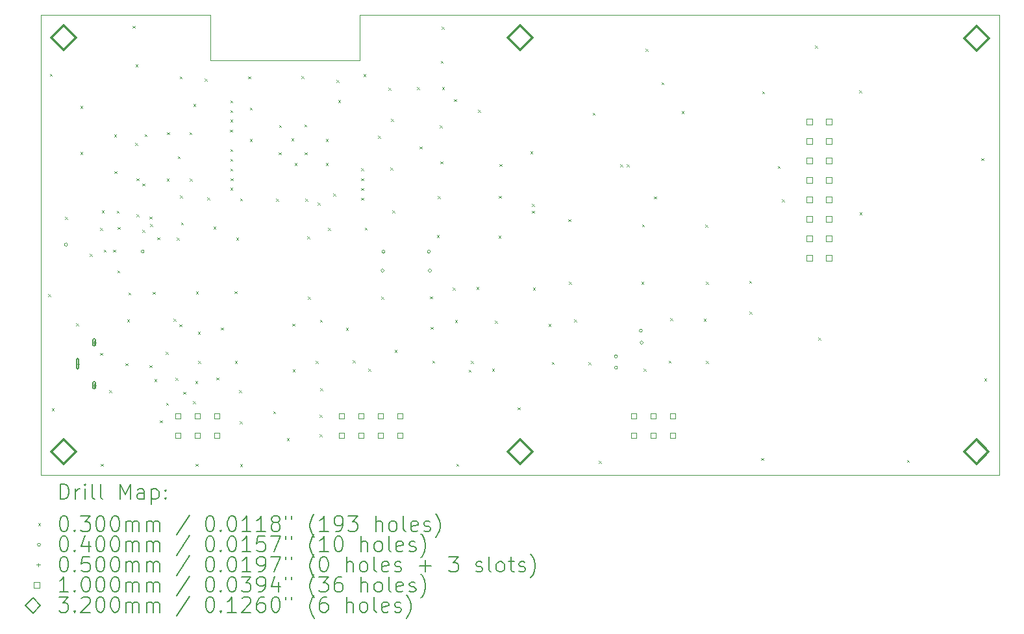
<source format=gbr>
%FSLAX45Y45*%
G04 Gerber Fmt 4.5, Leading zero omitted, Abs format (unit mm)*
G04 Created by KiCad (PCBNEW (6.0.0-0)) date 2022-02-21 20:16:29*
%MOMM*%
%LPD*%
G01*
G04 APERTURE LIST*
%TA.AperFunction,Profile*%
%ADD10C,0.050000*%
%TD*%
%ADD11C,0.200000*%
%ADD12C,0.030000*%
%ADD13C,0.040000*%
%ADD14C,0.050000*%
%ADD15C,0.100000*%
%ADD16C,0.320000*%
G04 APERTURE END LIST*
D10*
X18056860Y-6593840D02*
X9718040Y-6593840D01*
X9718040Y-7188200D02*
X7767320Y-7188200D01*
X18056860Y-12598400D02*
X5554980Y-12598400D01*
X10165080Y-6593840D02*
X10165080Y-6593840D01*
X7767320Y-6593840D02*
X5554980Y-6593840D01*
X9718040Y-6593840D02*
X9718040Y-7188200D01*
X5554980Y-6593840D02*
X5554980Y-12598400D01*
X18056860Y-6593840D02*
X18056860Y-12598400D01*
X7767320Y-6593840D02*
X7767320Y-7188200D01*
D11*
D12*
X5654280Y-10236440D02*
X5684280Y-10266440D01*
X5684280Y-10236440D02*
X5654280Y-10266440D01*
X5674600Y-7361160D02*
X5704600Y-7391160D01*
X5704600Y-7361160D02*
X5674600Y-7391160D01*
X5700000Y-11724880D02*
X5730000Y-11754880D01*
X5730000Y-11724880D02*
X5700000Y-11754880D01*
X5875260Y-9228060D02*
X5905260Y-9258060D01*
X5905260Y-9228060D02*
X5875260Y-9258060D01*
X6014960Y-10617440D02*
X6044960Y-10647440D01*
X6044960Y-10617440D02*
X6014960Y-10647440D01*
X6070840Y-8379700D02*
X6100840Y-8409700D01*
X6100840Y-8379700D02*
X6070840Y-8409700D01*
X6073380Y-7782800D02*
X6103380Y-7812800D01*
X6103380Y-7782800D02*
X6073380Y-7812800D01*
X6195760Y-9712740D02*
X6225760Y-9742740D01*
X6225760Y-9712740D02*
X6195760Y-9742740D01*
X6332460Y-9370300D02*
X6362460Y-9400300D01*
X6362460Y-9370300D02*
X6332460Y-9400300D01*
X6332460Y-11000980D02*
X6362460Y-11030980D01*
X6362460Y-11000980D02*
X6332460Y-11030980D01*
X6340080Y-12451320D02*
X6370080Y-12481320D01*
X6370080Y-12451320D02*
X6340080Y-12481320D01*
X6350240Y-9144240D02*
X6380240Y-9174240D01*
X6380240Y-9144240D02*
X6350240Y-9174240D01*
X6377888Y-9656878D02*
X6407888Y-9686878D01*
X6407888Y-9656878D02*
X6377888Y-9686878D01*
X6446760Y-11491200D02*
X6476760Y-11521200D01*
X6476760Y-11491200D02*
X6446760Y-11521200D01*
X6499373Y-9657560D02*
X6529373Y-9687560D01*
X6529373Y-9657560D02*
X6499373Y-9687560D01*
X6512800Y-8153640D02*
X6542800Y-8183640D01*
X6542800Y-8153640D02*
X6512800Y-8183640D01*
X6515340Y-8631160D02*
X6545340Y-8661160D01*
X6545340Y-8631160D02*
X6515340Y-8661160D01*
X6545820Y-9146780D02*
X6575820Y-9176780D01*
X6575820Y-9146780D02*
X6545820Y-9176780D01*
X6553440Y-9926560D02*
X6583440Y-9956560D01*
X6583440Y-9926560D02*
X6553440Y-9956560D01*
X6558520Y-9360140D02*
X6588520Y-9390140D01*
X6588520Y-9360140D02*
X6558520Y-9390140D01*
X6660120Y-11138140D02*
X6690120Y-11168140D01*
X6690120Y-11138140D02*
X6660120Y-11168140D01*
X6680440Y-10566640D02*
X6710440Y-10596640D01*
X6710440Y-10566640D02*
X6680440Y-10596640D01*
X6698220Y-10216120D02*
X6728220Y-10246120D01*
X6728220Y-10216120D02*
X6698220Y-10246120D01*
X6751560Y-6736320D02*
X6781560Y-6766320D01*
X6781560Y-6736320D02*
X6751560Y-6766320D01*
X6787120Y-8265400D02*
X6817120Y-8295400D01*
X6817120Y-8265400D02*
X6787120Y-8295400D01*
X6792200Y-7239240D02*
X6822200Y-7269240D01*
X6822200Y-7239240D02*
X6792200Y-7269240D01*
X6803860Y-8723640D02*
X6833860Y-8753640D01*
X6833860Y-8723640D02*
X6803860Y-8753640D01*
X6804900Y-9192500D02*
X6834900Y-9222500D01*
X6834900Y-9192500D02*
X6804900Y-9222500D01*
X6881100Y-8791180D02*
X6911100Y-8821180D01*
X6911100Y-8791180D02*
X6881100Y-8821180D01*
X6881100Y-9395700D02*
X6911100Y-9425700D01*
X6911100Y-9395700D02*
X6881100Y-9425700D01*
X6909040Y-8148560D02*
X6939040Y-8178560D01*
X6939040Y-8148560D02*
X6909040Y-8178560D01*
X6972540Y-11163540D02*
X7002540Y-11193540D01*
X7002540Y-11163540D02*
X6972540Y-11193540D01*
X6975080Y-9225520D02*
X7005080Y-9255520D01*
X7005080Y-9225520D02*
X6975080Y-9255520D01*
X6980160Y-9322040D02*
X7010160Y-9352040D01*
X7010160Y-9322040D02*
X6980160Y-9352040D01*
X7015720Y-10205960D02*
X7045720Y-10235960D01*
X7045720Y-10205960D02*
X7015720Y-10235960D01*
X7036040Y-11346420D02*
X7066040Y-11376420D01*
X7066040Y-11346420D02*
X7036040Y-11376420D01*
X7076680Y-9494760D02*
X7106680Y-9524760D01*
X7106680Y-9494760D02*
X7076680Y-9524760D01*
X7107160Y-11882360D02*
X7137160Y-11912360D01*
X7137160Y-11882360D02*
X7107160Y-11912360D01*
X7183360Y-10988280D02*
X7213360Y-11018280D01*
X7213360Y-10988280D02*
X7183360Y-11018280D01*
X7188440Y-11653760D02*
X7218440Y-11683760D01*
X7218440Y-11653760D02*
X7188440Y-11683760D01*
X7198600Y-8727680D02*
X7228600Y-8757680D01*
X7228600Y-8727680D02*
X7198600Y-8757680D01*
X7203680Y-8123160D02*
X7233680Y-8153160D01*
X7233680Y-8123160D02*
X7203680Y-8153160D01*
X7284960Y-10559020D02*
X7314960Y-10589020D01*
X7314960Y-10559020D02*
X7284960Y-10589020D01*
X7312900Y-11328640D02*
X7342900Y-11358640D01*
X7342900Y-11328640D02*
X7312900Y-11358640D01*
X7330680Y-9499840D02*
X7360680Y-9529840D01*
X7360680Y-9499840D02*
X7330680Y-9529840D01*
X7343380Y-8435580D02*
X7373380Y-8465580D01*
X7373380Y-8435580D02*
X7343380Y-8465580D01*
X7363700Y-10630140D02*
X7393700Y-10660140D01*
X7393700Y-10630140D02*
X7363700Y-10660140D01*
X7366240Y-7396720D02*
X7396240Y-7426720D01*
X7396240Y-7396720D02*
X7366240Y-7426720D01*
X7371320Y-8951200D02*
X7401320Y-8981200D01*
X7401320Y-8951200D02*
X7371320Y-8981200D01*
X7384020Y-9299180D02*
X7414020Y-9329180D01*
X7414020Y-9299180D02*
X7384020Y-9329180D01*
X7411960Y-11511520D02*
X7441960Y-11541520D01*
X7441960Y-11511520D02*
X7411960Y-11541520D01*
X7493240Y-8123160D02*
X7523240Y-8153160D01*
X7523240Y-8123160D02*
X7493240Y-8153160D01*
X7498320Y-8727680D02*
X7528320Y-8757680D01*
X7528320Y-8727680D02*
X7498320Y-8757680D01*
X7538960Y-11630900D02*
X7568960Y-11660900D01*
X7568960Y-11630900D02*
X7538960Y-11660900D01*
X7546580Y-7757400D02*
X7576580Y-7787400D01*
X7576580Y-7757400D02*
X7546580Y-7787400D01*
X7569440Y-11371820D02*
X7599440Y-11401820D01*
X7599440Y-11371820D02*
X7569440Y-11401820D01*
X7574520Y-12451320D02*
X7604520Y-12481320D01*
X7604520Y-12451320D02*
X7574520Y-12481320D01*
X7579600Y-10200880D02*
X7609600Y-10230880D01*
X7609600Y-10200880D02*
X7579600Y-10230880D01*
X7605000Y-10729200D02*
X7635000Y-10759200D01*
X7635000Y-10729200D02*
X7605000Y-10759200D01*
X7607540Y-11110200D02*
X7637540Y-11140200D01*
X7637540Y-11110200D02*
X7607540Y-11140200D01*
X7691360Y-7427200D02*
X7721360Y-7457200D01*
X7721360Y-7427200D02*
X7691360Y-7457200D01*
X7726920Y-8976600D02*
X7756920Y-9006600D01*
X7756920Y-8976600D02*
X7726920Y-9006600D01*
X7808200Y-9357600D02*
X7838200Y-9387600D01*
X7838200Y-9357600D02*
X7808200Y-9387600D01*
X7843760Y-11323560D02*
X7873760Y-11353560D01*
X7873760Y-11323560D02*
X7843760Y-11353560D01*
X7904720Y-10673320D02*
X7934720Y-10703320D01*
X7934720Y-10673320D02*
X7904720Y-10703320D01*
X8024100Y-8090140D02*
X8054100Y-8120140D01*
X8054100Y-8090140D02*
X8024100Y-8120140D01*
X8026640Y-7836140D02*
X8056640Y-7866140D01*
X8056640Y-7836140D02*
X8026640Y-7866140D01*
X8026640Y-7960600D02*
X8056640Y-7990600D01*
X8056640Y-7960600D02*
X8026640Y-7990600D01*
X8026640Y-8344140D02*
X8056640Y-8374140D01*
X8056640Y-8344140D02*
X8026640Y-8374140D01*
X8026640Y-8471140D02*
X8056640Y-8501140D01*
X8056640Y-8471140D02*
X8026640Y-8501140D01*
X8026640Y-8598140D02*
X8056640Y-8628140D01*
X8056640Y-8598140D02*
X8026640Y-8628140D01*
X8026640Y-8849600D02*
X8056640Y-8879600D01*
X8056640Y-8849600D02*
X8026640Y-8879600D01*
X8029180Y-7709140D02*
X8059180Y-7739140D01*
X8059180Y-7709140D02*
X8029180Y-7739140D01*
X8031720Y-8725140D02*
X8061720Y-8755140D01*
X8061720Y-8725140D02*
X8031720Y-8755140D01*
X8085060Y-10198340D02*
X8115060Y-10228340D01*
X8115060Y-10198340D02*
X8085060Y-10228340D01*
X8087600Y-11107660D02*
X8117600Y-11137660D01*
X8117600Y-11107660D02*
X8087600Y-11137660D01*
X8105380Y-9499840D02*
X8135380Y-9529840D01*
X8135380Y-9499840D02*
X8105380Y-9529840D01*
X8143480Y-11488660D02*
X8173480Y-11518660D01*
X8173480Y-11488660D02*
X8143480Y-11518660D01*
X8148560Y-11895060D02*
X8178560Y-11925060D01*
X8178560Y-11895060D02*
X8148560Y-11925060D01*
X8153640Y-8986760D02*
X8183640Y-9016760D01*
X8183640Y-8986760D02*
X8153640Y-9016760D01*
X8153640Y-12453860D02*
X8183640Y-12483860D01*
X8183640Y-12453860D02*
X8153640Y-12483860D01*
X8260320Y-7396720D02*
X8290320Y-7426720D01*
X8290320Y-7396720D02*
X8260320Y-7426720D01*
X8280640Y-7800580D02*
X8310640Y-7830580D01*
X8310640Y-7800580D02*
X8280640Y-7830580D01*
X8280640Y-8212060D02*
X8310640Y-8242060D01*
X8310640Y-8212060D02*
X8280640Y-8242060D01*
X8587980Y-11762980D02*
X8617980Y-11792980D01*
X8617980Y-11762980D02*
X8587980Y-11792980D01*
X8626080Y-8989300D02*
X8656080Y-9019300D01*
X8656080Y-8989300D02*
X8626080Y-9019300D01*
X8659100Y-8387320D02*
X8689100Y-8417320D01*
X8689100Y-8387320D02*
X8659100Y-8417320D01*
X8664180Y-8031720D02*
X8694180Y-8061720D01*
X8694180Y-8031720D02*
X8664180Y-8061720D01*
X8765780Y-12116040D02*
X8795780Y-12146040D01*
X8795780Y-12116040D02*
X8765780Y-12146040D01*
X8825140Y-8205140D02*
X8855140Y-8235140D01*
X8855140Y-8205140D02*
X8825140Y-8235140D01*
X8834360Y-10622520D02*
X8864360Y-10652520D01*
X8864360Y-10622520D02*
X8834360Y-10652520D01*
X8839440Y-11216880D02*
X8869440Y-11246880D01*
X8869440Y-11216880D02*
X8839440Y-11246880D01*
X8864840Y-8524480D02*
X8894840Y-8554480D01*
X8894840Y-8524480D02*
X8864840Y-8554480D01*
X8956280Y-7391640D02*
X8986280Y-7421640D01*
X8986280Y-7391640D02*
X8956280Y-7421640D01*
X8994380Y-8021560D02*
X9024380Y-8051560D01*
X9024380Y-8021560D02*
X8994380Y-8051560D01*
X8996920Y-8387320D02*
X9026920Y-8417320D01*
X9026920Y-8387320D02*
X8996920Y-8417320D01*
X9007080Y-8991840D02*
X9037080Y-9021840D01*
X9037080Y-8991840D02*
X9007080Y-9021840D01*
X9032480Y-9484600D02*
X9062480Y-9514600D01*
X9062480Y-9484600D02*
X9032480Y-9514600D01*
X9037560Y-10272000D02*
X9067560Y-10302000D01*
X9067560Y-10272000D02*
X9037560Y-10302000D01*
X9139160Y-11107660D02*
X9169160Y-11137660D01*
X9169160Y-11107660D02*
X9139160Y-11137660D01*
X9164560Y-9042640D02*
X9194560Y-9072640D01*
X9194560Y-9042640D02*
X9164560Y-9072640D01*
X9189960Y-12062700D02*
X9219960Y-12092700D01*
X9219960Y-12062700D02*
X9189960Y-12092700D01*
X9192500Y-11811240D02*
X9222500Y-11841240D01*
X9222500Y-11811240D02*
X9192500Y-11841240D01*
X9195040Y-10571720D02*
X9225040Y-10601720D01*
X9225040Y-10571720D02*
X9195040Y-10601720D01*
X9200120Y-11463260D02*
X9230120Y-11493260D01*
X9230120Y-11463260D02*
X9200120Y-11493260D01*
X9271240Y-8214600D02*
X9301240Y-8244600D01*
X9301240Y-8214600D02*
X9271240Y-8244600D01*
X9271240Y-8524480D02*
X9301240Y-8554480D01*
X9301240Y-8524480D02*
X9271240Y-8554480D01*
X9304260Y-9370300D02*
X9334260Y-9400300D01*
X9334260Y-9370300D02*
X9304260Y-9400300D01*
X9367760Y-8923260D02*
X9397760Y-8953260D01*
X9397760Y-8923260D02*
X9367760Y-8953260D01*
X9410940Y-7442440D02*
X9440940Y-7472440D01*
X9440940Y-7442440D02*
X9410940Y-7472440D01*
X9433800Y-7706600D02*
X9463800Y-7736600D01*
X9463800Y-7706600D02*
X9433800Y-7736600D01*
X9535400Y-10678400D02*
X9565400Y-10708400D01*
X9565400Y-10678400D02*
X9535400Y-10708400D01*
X9621760Y-11100040D02*
X9651760Y-11130040D01*
X9651760Y-11100040D02*
X9621760Y-11130040D01*
X9733520Y-8595600D02*
X9763520Y-8625600D01*
X9763520Y-8595600D02*
X9733520Y-8625600D01*
X9733520Y-8725140D02*
X9763520Y-8755140D01*
X9763520Y-8725140D02*
X9733520Y-8755140D01*
X9733520Y-8852140D02*
X9763520Y-8882140D01*
X9763520Y-8852140D02*
X9733520Y-8882140D01*
X9733520Y-8979140D02*
X9763520Y-9009140D01*
X9763520Y-8979140D02*
X9733520Y-9009140D01*
X9764000Y-7366240D02*
X9794000Y-7396240D01*
X9794000Y-7366240D02*
X9764000Y-7396240D01*
X9779240Y-9367760D02*
X9809240Y-9397760D01*
X9809240Y-9367760D02*
X9779240Y-9397760D01*
X9824960Y-11211800D02*
X9854960Y-11241800D01*
X9854960Y-11211800D02*
X9824960Y-11241800D01*
X9954500Y-8168880D02*
X9984500Y-8198880D01*
X9984500Y-8168880D02*
X9954500Y-8198880D01*
X9997680Y-10272000D02*
X10027680Y-10302000D01*
X10027680Y-10272000D02*
X9997680Y-10302000D01*
X10091660Y-7544040D02*
X10121660Y-7574040D01*
X10121660Y-7544040D02*
X10091660Y-7574040D01*
X10114520Y-8582900D02*
X10144520Y-8612900D01*
X10144520Y-8582900D02*
X10114520Y-8612900D01*
X10124680Y-7947900D02*
X10154680Y-7977900D01*
X10154680Y-7947900D02*
X10124680Y-7977900D01*
X10139920Y-9144240D02*
X10169920Y-9174240D01*
X10169920Y-9144240D02*
X10139920Y-9174240D01*
X10170400Y-10962880D02*
X10200400Y-10992880D01*
X10200400Y-10962880D02*
X10170400Y-10992880D01*
X10459960Y-7536420D02*
X10489960Y-7566420D01*
X10489960Y-7536420D02*
X10459960Y-7566420D01*
X10495520Y-8308580D02*
X10525520Y-8338580D01*
X10525520Y-8308580D02*
X10495520Y-8338580D01*
X10632680Y-10266920D02*
X10662680Y-10296920D01*
X10662680Y-10266920D02*
X10632680Y-10296920D01*
X10637760Y-10663160D02*
X10667760Y-10693160D01*
X10667760Y-10663160D02*
X10637760Y-10693160D01*
X10660620Y-11102580D02*
X10690620Y-11132580D01*
X10690620Y-11102580D02*
X10660620Y-11132580D01*
X10719040Y-9464280D02*
X10749040Y-9494280D01*
X10749040Y-9464280D02*
X10719040Y-9494280D01*
X10734280Y-8958820D02*
X10764280Y-8988820D01*
X10764280Y-8958820D02*
X10734280Y-8988820D01*
X10757140Y-8034260D02*
X10787140Y-8064260D01*
X10787140Y-8034260D02*
X10757140Y-8064260D01*
X10767300Y-8504160D02*
X10797300Y-8534160D01*
X10797300Y-8504160D02*
X10767300Y-8534160D01*
X10769840Y-7193520D02*
X10799840Y-7223520D01*
X10799840Y-7193520D02*
X10769840Y-7223520D01*
X10785080Y-6746480D02*
X10815080Y-6776480D01*
X10815080Y-6746480D02*
X10785080Y-6776480D01*
X10787620Y-7533880D02*
X10817620Y-7563880D01*
X10817620Y-7533880D02*
X10787620Y-7563880D01*
X10927320Y-10150080D02*
X10957320Y-10180080D01*
X10957320Y-10150080D02*
X10927320Y-10180080D01*
X10942560Y-7691360D02*
X10972560Y-7721360D01*
X10972560Y-7691360D02*
X10942560Y-7721360D01*
X10957800Y-10576800D02*
X10987800Y-10606800D01*
X10987800Y-10576800D02*
X10957800Y-10606800D01*
X10973040Y-12451320D02*
X11003040Y-12481320D01*
X11003040Y-12451320D02*
X10973040Y-12481320D01*
X11135600Y-11221960D02*
X11165600Y-11251960D01*
X11165600Y-11221960D02*
X11135600Y-11251960D01*
X11163540Y-11110200D02*
X11193540Y-11140200D01*
X11193540Y-11110200D02*
X11163540Y-11140200D01*
X11237200Y-10145000D02*
X11267200Y-10175000D01*
X11267200Y-10145000D02*
X11237200Y-10175000D01*
X11257520Y-7831060D02*
X11287520Y-7861060D01*
X11287520Y-7831060D02*
X11257520Y-7861060D01*
X11440400Y-11211800D02*
X11470400Y-11241800D01*
X11470400Y-11211800D02*
X11440400Y-11241800D01*
X11475960Y-10581880D02*
X11505960Y-10611880D01*
X11505960Y-10581880D02*
X11475960Y-10611880D01*
X11524220Y-9474440D02*
X11554220Y-9504440D01*
X11554220Y-9474440D02*
X11524220Y-9504440D01*
X11526760Y-8953740D02*
X11556760Y-8983740D01*
X11556760Y-8953740D02*
X11526760Y-8983740D01*
X11539460Y-8537180D02*
X11569460Y-8567180D01*
X11569460Y-8537180D02*
X11539460Y-8567180D01*
X11775680Y-11714720D02*
X11805680Y-11744720D01*
X11805680Y-11714720D02*
X11775680Y-11744720D01*
X11938240Y-8372080D02*
X11968240Y-8402080D01*
X11968240Y-8372080D02*
X11938240Y-8402080D01*
X11961240Y-9060280D02*
X11991240Y-9090280D01*
X11991240Y-9060280D02*
X11961240Y-9090280D01*
X11961240Y-9149180D02*
X11991240Y-9179180D01*
X11991240Y-9149180D02*
X11961240Y-9179180D01*
X11973800Y-10150080D02*
X12003800Y-10180080D01*
X12003800Y-10150080D02*
X11973800Y-10180080D01*
X12177000Y-10627600D02*
X12207000Y-10657600D01*
X12207000Y-10627600D02*
X12177000Y-10657600D01*
X12217640Y-11120360D02*
X12247640Y-11150360D01*
X12247640Y-11120360D02*
X12217640Y-11150360D01*
X12436080Y-9258540D02*
X12466080Y-9288540D01*
X12466080Y-9258540D02*
X12436080Y-9288540D01*
X12441160Y-10073880D02*
X12471160Y-10103880D01*
X12471160Y-10073880D02*
X12441160Y-10103880D01*
X12509740Y-10566640D02*
X12539740Y-10596640D01*
X12539740Y-10566640D02*
X12509740Y-10596640D01*
X12695160Y-11122900D02*
X12725160Y-11152900D01*
X12725160Y-11122900D02*
X12695160Y-11152900D01*
X12751040Y-7869160D02*
X12781040Y-7899160D01*
X12781040Y-7869160D02*
X12751040Y-7899160D01*
X12832320Y-12410680D02*
X12862320Y-12440680D01*
X12862320Y-12410680D02*
X12832320Y-12440680D01*
X13114260Y-8544800D02*
X13144260Y-8574800D01*
X13144260Y-8544800D02*
X13114260Y-8574800D01*
X13195540Y-8544800D02*
X13225540Y-8574800D01*
X13225540Y-8544800D02*
X13195540Y-8574800D01*
X13386040Y-10073880D02*
X13416040Y-10103880D01*
X13416040Y-10073880D02*
X13386040Y-10103880D01*
X13396200Y-9324580D02*
X13426200Y-9354580D01*
X13426200Y-9324580D02*
X13396200Y-9354580D01*
X13416520Y-11209260D02*
X13446520Y-11239260D01*
X13446520Y-11209260D02*
X13416520Y-11239260D01*
X13441920Y-7036040D02*
X13471920Y-7066040D01*
X13471920Y-7036040D02*
X13441920Y-7066040D01*
X13553680Y-8961360D02*
X13583680Y-8991360D01*
X13583680Y-8961360D02*
X13553680Y-8991360D01*
X13650200Y-7472920D02*
X13680200Y-7502920D01*
X13680200Y-7472920D02*
X13650200Y-7502920D01*
X13744180Y-11105120D02*
X13774180Y-11135120D01*
X13774180Y-11105120D02*
X13744180Y-11135120D01*
X13764500Y-10548860D02*
X13794500Y-10578860D01*
X13794500Y-10548860D02*
X13764500Y-10578860D01*
X13911820Y-7846300D02*
X13941820Y-7876300D01*
X13941820Y-7846300D02*
X13911820Y-7876300D01*
X14201380Y-10556480D02*
X14231380Y-10586480D01*
X14231380Y-10556480D02*
X14201380Y-10586480D01*
X14221700Y-9329660D02*
X14251700Y-9359660D01*
X14251700Y-9329660D02*
X14221700Y-9359660D01*
X14229320Y-10073880D02*
X14259320Y-10103880D01*
X14259320Y-10073880D02*
X14229320Y-10103880D01*
X14231860Y-11110200D02*
X14261860Y-11140200D01*
X14261860Y-11110200D02*
X14231860Y-11140200D01*
X14793200Y-10063720D02*
X14823200Y-10093720D01*
X14823200Y-10063720D02*
X14793200Y-10093720D01*
X14798280Y-10465040D02*
X14828280Y-10495040D01*
X14828280Y-10465040D02*
X14798280Y-10495040D01*
X14950680Y-12375120D02*
X14980680Y-12405120D01*
X14980680Y-12375120D02*
X14950680Y-12405120D01*
X14960840Y-7589760D02*
X14990840Y-7619760D01*
X14990840Y-7589760D02*
X14960840Y-7619760D01*
X15164040Y-8562580D02*
X15194040Y-8592580D01*
X15194040Y-8562580D02*
X15164040Y-8592580D01*
X15219920Y-8999460D02*
X15249920Y-9029460D01*
X15249920Y-8999460D02*
X15219920Y-9029460D01*
X15651720Y-6995400D02*
X15681720Y-7025400D01*
X15681720Y-6995400D02*
X15651720Y-7025400D01*
X15692360Y-10805400D02*
X15722360Y-10835400D01*
X15722360Y-10805400D02*
X15692360Y-10835400D01*
X16225760Y-7579600D02*
X16255760Y-7609600D01*
X16255760Y-7579600D02*
X16225760Y-7609600D01*
X16230840Y-9169640D02*
X16260840Y-9199640D01*
X16260840Y-9169640D02*
X16230840Y-9199640D01*
X16850600Y-12400520D02*
X16880600Y-12430520D01*
X16880600Y-12400520D02*
X16850600Y-12430520D01*
X17820880Y-8463520D02*
X17850880Y-8493520D01*
X17850880Y-8463520D02*
X17820880Y-8493520D01*
X17856440Y-11338800D02*
X17886440Y-11368800D01*
X17886440Y-11338800D02*
X17856440Y-11368800D01*
D13*
X5905180Y-9591040D02*
G75*
G03*
X5905180Y-9591040I-20000J0D01*
G01*
X6903400Y-9679940D02*
G75*
G03*
X6903400Y-9679940I-20000J0D01*
G01*
X10032680Y-9928860D02*
G75*
G03*
X10032680Y-9928860I-20000J0D01*
G01*
X10042840Y-9682480D02*
G75*
G03*
X10042840Y-9682480I-20000J0D01*
G01*
X10634660Y-9682480D02*
G75*
G03*
X10634660Y-9682480I-20000J0D01*
G01*
X10649900Y-9928860D02*
G75*
G03*
X10649900Y-9928860I-20000J0D01*
G01*
X13075600Y-11049000D02*
G75*
G03*
X13075600Y-11049000I-20000J0D01*
G01*
X13075600Y-11196320D02*
G75*
G03*
X13075600Y-11196320I-20000J0D01*
G01*
X13400720Y-10713720D02*
G75*
G03*
X13400720Y-10713720I-20000J0D01*
G01*
X13410880Y-10868660D02*
G75*
G03*
X13410880Y-10868660I-20000J0D01*
G01*
D14*
X6036480Y-11120520D02*
X6036480Y-11170520D01*
X6011480Y-11145520D02*
X6061480Y-11145520D01*
D11*
X6051480Y-11200520D02*
X6051480Y-11090520D01*
X6021480Y-11200520D02*
X6021480Y-11090520D01*
X6051480Y-11090520D02*
G75*
G03*
X6021480Y-11090520I-15000J0D01*
G01*
X6021480Y-11200520D02*
G75*
G03*
X6051480Y-11200520I15000J0D01*
G01*
D14*
X6251480Y-10840520D02*
X6251480Y-10890520D01*
X6226480Y-10865520D02*
X6276480Y-10865520D01*
D11*
X6266480Y-10900520D02*
X6266480Y-10830520D01*
X6236480Y-10900520D02*
X6236480Y-10830520D01*
X6266480Y-10830520D02*
G75*
G03*
X6236480Y-10830520I-15000J0D01*
G01*
X6236480Y-10900520D02*
G75*
G03*
X6266480Y-10900520I15000J0D01*
G01*
D14*
X6251480Y-11400520D02*
X6251480Y-11450520D01*
X6226480Y-11425520D02*
X6276480Y-11425520D01*
D11*
X6266480Y-11460520D02*
X6266480Y-11390520D01*
X6236480Y-11460520D02*
X6236480Y-11390520D01*
X6266480Y-11390520D02*
G75*
G03*
X6236480Y-11390520I-15000J0D01*
G01*
X6236480Y-11460520D02*
G75*
G03*
X6266480Y-11460520I15000J0D01*
G01*
D15*
X7378496Y-11861596D02*
X7378496Y-11790884D01*
X7307784Y-11790884D01*
X7307784Y-11861596D01*
X7378496Y-11861596D01*
X7378496Y-12115596D02*
X7378496Y-12044884D01*
X7307784Y-12044884D01*
X7307784Y-12115596D01*
X7378496Y-12115596D01*
X7632496Y-11861596D02*
X7632496Y-11790884D01*
X7561784Y-11790884D01*
X7561784Y-11861596D01*
X7632496Y-11861596D01*
X7632496Y-12115596D02*
X7632496Y-12044884D01*
X7561784Y-12044884D01*
X7561784Y-12115596D01*
X7632496Y-12115596D01*
X7886496Y-11861596D02*
X7886496Y-11790884D01*
X7815784Y-11790884D01*
X7815784Y-11861596D01*
X7886496Y-11861596D01*
X7886496Y-12115596D02*
X7886496Y-12044884D01*
X7815784Y-12044884D01*
X7815784Y-12115596D01*
X7886496Y-12115596D01*
X9512096Y-11861596D02*
X9512096Y-11790884D01*
X9441384Y-11790884D01*
X9441384Y-11861596D01*
X9512096Y-11861596D01*
X9512096Y-12115596D02*
X9512096Y-12044884D01*
X9441384Y-12044884D01*
X9441384Y-12115596D01*
X9512096Y-12115596D01*
X9766096Y-11861596D02*
X9766096Y-11790884D01*
X9695384Y-11790884D01*
X9695384Y-11861596D01*
X9766096Y-11861596D01*
X9766096Y-12115596D02*
X9766096Y-12044884D01*
X9695384Y-12044884D01*
X9695384Y-12115596D01*
X9766096Y-12115596D01*
X10020096Y-11861596D02*
X10020096Y-11790884D01*
X9949384Y-11790884D01*
X9949384Y-11861596D01*
X10020096Y-11861596D01*
X10020096Y-12115596D02*
X10020096Y-12044884D01*
X9949384Y-12044884D01*
X9949384Y-12115596D01*
X10020096Y-12115596D01*
X10274096Y-11861596D02*
X10274096Y-11790884D01*
X10203384Y-11790884D01*
X10203384Y-11861596D01*
X10274096Y-11861596D01*
X10274096Y-12115596D02*
X10274096Y-12044884D01*
X10203384Y-12044884D01*
X10203384Y-12115596D01*
X10274096Y-12115596D01*
X13322096Y-11861596D02*
X13322096Y-11790884D01*
X13251384Y-11790884D01*
X13251384Y-11861596D01*
X13322096Y-11861596D01*
X13322096Y-12115596D02*
X13322096Y-12044884D01*
X13251384Y-12044884D01*
X13251384Y-12115596D01*
X13322096Y-12115596D01*
X13576096Y-11861596D02*
X13576096Y-11790884D01*
X13505384Y-11790884D01*
X13505384Y-11861596D01*
X13576096Y-11861596D01*
X13576096Y-12115596D02*
X13576096Y-12044884D01*
X13505384Y-12044884D01*
X13505384Y-12115596D01*
X13576096Y-12115596D01*
X13830096Y-11861596D02*
X13830096Y-11790884D01*
X13759384Y-11790884D01*
X13759384Y-11861596D01*
X13830096Y-11861596D01*
X13830096Y-12115596D02*
X13830096Y-12044884D01*
X13759384Y-12044884D01*
X13759384Y-12115596D01*
X13830096Y-12115596D01*
X15613436Y-8022656D02*
X15613436Y-7951944D01*
X15542724Y-7951944D01*
X15542724Y-8022656D01*
X15613436Y-8022656D01*
X15613436Y-8276656D02*
X15613436Y-8205944D01*
X15542724Y-8205944D01*
X15542724Y-8276656D01*
X15613436Y-8276656D01*
X15613436Y-8530656D02*
X15613436Y-8459944D01*
X15542724Y-8459944D01*
X15542724Y-8530656D01*
X15613436Y-8530656D01*
X15613436Y-8784656D02*
X15613436Y-8713944D01*
X15542724Y-8713944D01*
X15542724Y-8784656D01*
X15613436Y-8784656D01*
X15613436Y-9038656D02*
X15613436Y-8967944D01*
X15542724Y-8967944D01*
X15542724Y-9038656D01*
X15613436Y-9038656D01*
X15613436Y-9292656D02*
X15613436Y-9221944D01*
X15542724Y-9221944D01*
X15542724Y-9292656D01*
X15613436Y-9292656D01*
X15613436Y-9546656D02*
X15613436Y-9475944D01*
X15542724Y-9475944D01*
X15542724Y-9546656D01*
X15613436Y-9546656D01*
X15613436Y-9800656D02*
X15613436Y-9729944D01*
X15542724Y-9729944D01*
X15542724Y-9800656D01*
X15613436Y-9800656D01*
X15867436Y-8022656D02*
X15867436Y-7951944D01*
X15796724Y-7951944D01*
X15796724Y-8022656D01*
X15867436Y-8022656D01*
X15867436Y-8276656D02*
X15867436Y-8205944D01*
X15796724Y-8205944D01*
X15796724Y-8276656D01*
X15867436Y-8276656D01*
X15867436Y-8530656D02*
X15867436Y-8459944D01*
X15796724Y-8459944D01*
X15796724Y-8530656D01*
X15867436Y-8530656D01*
X15867436Y-8784656D02*
X15867436Y-8713944D01*
X15796724Y-8713944D01*
X15796724Y-8784656D01*
X15867436Y-8784656D01*
X15867436Y-9038656D02*
X15867436Y-8967944D01*
X15796724Y-8967944D01*
X15796724Y-9038656D01*
X15867436Y-9038656D01*
X15867436Y-9292656D02*
X15867436Y-9221944D01*
X15796724Y-9221944D01*
X15796724Y-9292656D01*
X15867436Y-9292656D01*
X15867436Y-9546656D02*
X15867436Y-9475944D01*
X15796724Y-9475944D01*
X15796724Y-9546656D01*
X15867436Y-9546656D01*
X15867436Y-9800656D02*
X15867436Y-9729944D01*
X15796724Y-9729944D01*
X15796724Y-9800656D01*
X15867436Y-9800656D01*
D16*
X5854700Y-7051020D02*
X6014700Y-6891020D01*
X5854700Y-6731020D01*
X5694700Y-6891020D01*
X5854700Y-7051020D01*
X5854700Y-12451060D02*
X6014700Y-12291060D01*
X5854700Y-12131060D01*
X5694700Y-12291060D01*
X5854700Y-12451060D01*
X11803380Y-7051020D02*
X11963380Y-6891020D01*
X11803380Y-6731020D01*
X11643380Y-6891020D01*
X11803380Y-7051020D01*
X11803380Y-12451060D02*
X11963380Y-12291060D01*
X11803380Y-12131060D01*
X11643380Y-12291060D01*
X11803380Y-12451060D01*
X17754600Y-12451060D02*
X17914600Y-12291060D01*
X17754600Y-12131060D01*
X17594600Y-12291060D01*
X17754600Y-12451060D01*
X17757140Y-7058640D02*
X17917140Y-6898640D01*
X17757140Y-6738640D01*
X17597140Y-6898640D01*
X17757140Y-7058640D01*
D11*
X5810099Y-12911376D02*
X5810099Y-12711376D01*
X5857718Y-12711376D01*
X5886289Y-12720900D01*
X5905337Y-12739948D01*
X5914861Y-12758995D01*
X5924385Y-12797090D01*
X5924385Y-12825662D01*
X5914861Y-12863757D01*
X5905337Y-12882805D01*
X5886289Y-12901852D01*
X5857718Y-12911376D01*
X5810099Y-12911376D01*
X6010099Y-12911376D02*
X6010099Y-12778043D01*
X6010099Y-12816138D02*
X6019623Y-12797090D01*
X6029147Y-12787567D01*
X6048194Y-12778043D01*
X6067242Y-12778043D01*
X6133908Y-12911376D02*
X6133908Y-12778043D01*
X6133908Y-12711376D02*
X6124385Y-12720900D01*
X6133908Y-12730424D01*
X6143432Y-12720900D01*
X6133908Y-12711376D01*
X6133908Y-12730424D01*
X6257718Y-12911376D02*
X6238670Y-12901852D01*
X6229147Y-12882805D01*
X6229147Y-12711376D01*
X6362480Y-12911376D02*
X6343432Y-12901852D01*
X6333908Y-12882805D01*
X6333908Y-12711376D01*
X6591051Y-12911376D02*
X6591051Y-12711376D01*
X6657718Y-12854233D01*
X6724385Y-12711376D01*
X6724385Y-12911376D01*
X6905337Y-12911376D02*
X6905337Y-12806614D01*
X6895813Y-12787567D01*
X6876766Y-12778043D01*
X6838670Y-12778043D01*
X6819623Y-12787567D01*
X6905337Y-12901852D02*
X6886289Y-12911376D01*
X6838670Y-12911376D01*
X6819623Y-12901852D01*
X6810099Y-12882805D01*
X6810099Y-12863757D01*
X6819623Y-12844709D01*
X6838670Y-12835186D01*
X6886289Y-12835186D01*
X6905337Y-12825662D01*
X7000575Y-12778043D02*
X7000575Y-12978043D01*
X7000575Y-12787567D02*
X7019623Y-12778043D01*
X7057718Y-12778043D01*
X7076766Y-12787567D01*
X7086289Y-12797090D01*
X7095813Y-12816138D01*
X7095813Y-12873281D01*
X7086289Y-12892328D01*
X7076766Y-12901852D01*
X7057718Y-12911376D01*
X7019623Y-12911376D01*
X7000575Y-12901852D01*
X7181528Y-12892328D02*
X7191051Y-12901852D01*
X7181528Y-12911376D01*
X7172004Y-12901852D01*
X7181528Y-12892328D01*
X7181528Y-12911376D01*
X7181528Y-12787567D02*
X7191051Y-12797090D01*
X7181528Y-12806614D01*
X7172004Y-12797090D01*
X7181528Y-12787567D01*
X7181528Y-12806614D01*
D12*
X5522480Y-13225900D02*
X5552480Y-13255900D01*
X5552480Y-13225900D02*
X5522480Y-13255900D01*
D11*
X5848194Y-13131376D02*
X5867242Y-13131376D01*
X5886289Y-13140900D01*
X5895813Y-13150424D01*
X5905337Y-13169471D01*
X5914861Y-13207567D01*
X5914861Y-13255186D01*
X5905337Y-13293281D01*
X5895813Y-13312328D01*
X5886289Y-13321852D01*
X5867242Y-13331376D01*
X5848194Y-13331376D01*
X5829147Y-13321852D01*
X5819623Y-13312328D01*
X5810099Y-13293281D01*
X5800575Y-13255186D01*
X5800575Y-13207567D01*
X5810099Y-13169471D01*
X5819623Y-13150424D01*
X5829147Y-13140900D01*
X5848194Y-13131376D01*
X6000575Y-13312328D02*
X6010099Y-13321852D01*
X6000575Y-13331376D01*
X5991051Y-13321852D01*
X6000575Y-13312328D01*
X6000575Y-13331376D01*
X6076766Y-13131376D02*
X6200575Y-13131376D01*
X6133908Y-13207567D01*
X6162480Y-13207567D01*
X6181528Y-13217090D01*
X6191051Y-13226614D01*
X6200575Y-13245662D01*
X6200575Y-13293281D01*
X6191051Y-13312328D01*
X6181528Y-13321852D01*
X6162480Y-13331376D01*
X6105337Y-13331376D01*
X6086289Y-13321852D01*
X6076766Y-13312328D01*
X6324385Y-13131376D02*
X6343432Y-13131376D01*
X6362480Y-13140900D01*
X6372004Y-13150424D01*
X6381528Y-13169471D01*
X6391051Y-13207567D01*
X6391051Y-13255186D01*
X6381528Y-13293281D01*
X6372004Y-13312328D01*
X6362480Y-13321852D01*
X6343432Y-13331376D01*
X6324385Y-13331376D01*
X6305337Y-13321852D01*
X6295813Y-13312328D01*
X6286289Y-13293281D01*
X6276766Y-13255186D01*
X6276766Y-13207567D01*
X6286289Y-13169471D01*
X6295813Y-13150424D01*
X6305337Y-13140900D01*
X6324385Y-13131376D01*
X6514861Y-13131376D02*
X6533908Y-13131376D01*
X6552956Y-13140900D01*
X6562480Y-13150424D01*
X6572004Y-13169471D01*
X6581528Y-13207567D01*
X6581528Y-13255186D01*
X6572004Y-13293281D01*
X6562480Y-13312328D01*
X6552956Y-13321852D01*
X6533908Y-13331376D01*
X6514861Y-13331376D01*
X6495813Y-13321852D01*
X6486289Y-13312328D01*
X6476766Y-13293281D01*
X6467242Y-13255186D01*
X6467242Y-13207567D01*
X6476766Y-13169471D01*
X6486289Y-13150424D01*
X6495813Y-13140900D01*
X6514861Y-13131376D01*
X6667242Y-13331376D02*
X6667242Y-13198043D01*
X6667242Y-13217090D02*
X6676766Y-13207567D01*
X6695813Y-13198043D01*
X6724385Y-13198043D01*
X6743432Y-13207567D01*
X6752956Y-13226614D01*
X6752956Y-13331376D01*
X6752956Y-13226614D02*
X6762480Y-13207567D01*
X6781528Y-13198043D01*
X6810099Y-13198043D01*
X6829147Y-13207567D01*
X6838670Y-13226614D01*
X6838670Y-13331376D01*
X6933908Y-13331376D02*
X6933908Y-13198043D01*
X6933908Y-13217090D02*
X6943432Y-13207567D01*
X6962480Y-13198043D01*
X6991051Y-13198043D01*
X7010099Y-13207567D01*
X7019623Y-13226614D01*
X7019623Y-13331376D01*
X7019623Y-13226614D02*
X7029147Y-13207567D01*
X7048194Y-13198043D01*
X7076766Y-13198043D01*
X7095813Y-13207567D01*
X7105337Y-13226614D01*
X7105337Y-13331376D01*
X7495813Y-13121852D02*
X7324385Y-13378995D01*
X7752956Y-13131376D02*
X7772004Y-13131376D01*
X7791051Y-13140900D01*
X7800575Y-13150424D01*
X7810099Y-13169471D01*
X7819623Y-13207567D01*
X7819623Y-13255186D01*
X7810099Y-13293281D01*
X7800575Y-13312328D01*
X7791051Y-13321852D01*
X7772004Y-13331376D01*
X7752956Y-13331376D01*
X7733908Y-13321852D01*
X7724385Y-13312328D01*
X7714861Y-13293281D01*
X7705337Y-13255186D01*
X7705337Y-13207567D01*
X7714861Y-13169471D01*
X7724385Y-13150424D01*
X7733908Y-13140900D01*
X7752956Y-13131376D01*
X7905337Y-13312328D02*
X7914861Y-13321852D01*
X7905337Y-13331376D01*
X7895813Y-13321852D01*
X7905337Y-13312328D01*
X7905337Y-13331376D01*
X8038670Y-13131376D02*
X8057718Y-13131376D01*
X8076766Y-13140900D01*
X8086289Y-13150424D01*
X8095813Y-13169471D01*
X8105337Y-13207567D01*
X8105337Y-13255186D01*
X8095813Y-13293281D01*
X8086289Y-13312328D01*
X8076766Y-13321852D01*
X8057718Y-13331376D01*
X8038670Y-13331376D01*
X8019623Y-13321852D01*
X8010099Y-13312328D01*
X8000575Y-13293281D01*
X7991051Y-13255186D01*
X7991051Y-13207567D01*
X8000575Y-13169471D01*
X8010099Y-13150424D01*
X8019623Y-13140900D01*
X8038670Y-13131376D01*
X8295813Y-13331376D02*
X8181528Y-13331376D01*
X8238670Y-13331376D02*
X8238670Y-13131376D01*
X8219623Y-13159948D01*
X8200575Y-13178995D01*
X8181528Y-13188519D01*
X8486290Y-13331376D02*
X8372004Y-13331376D01*
X8429147Y-13331376D02*
X8429147Y-13131376D01*
X8410099Y-13159948D01*
X8391051Y-13178995D01*
X8372004Y-13188519D01*
X8600575Y-13217090D02*
X8581528Y-13207567D01*
X8572004Y-13198043D01*
X8562480Y-13178995D01*
X8562480Y-13169471D01*
X8572004Y-13150424D01*
X8581528Y-13140900D01*
X8600575Y-13131376D01*
X8638670Y-13131376D01*
X8657718Y-13140900D01*
X8667242Y-13150424D01*
X8676766Y-13169471D01*
X8676766Y-13178995D01*
X8667242Y-13198043D01*
X8657718Y-13207567D01*
X8638670Y-13217090D01*
X8600575Y-13217090D01*
X8581528Y-13226614D01*
X8572004Y-13236138D01*
X8562480Y-13255186D01*
X8562480Y-13293281D01*
X8572004Y-13312328D01*
X8581528Y-13321852D01*
X8600575Y-13331376D01*
X8638670Y-13331376D01*
X8657718Y-13321852D01*
X8667242Y-13312328D01*
X8676766Y-13293281D01*
X8676766Y-13255186D01*
X8667242Y-13236138D01*
X8657718Y-13226614D01*
X8638670Y-13217090D01*
X8752956Y-13131376D02*
X8752956Y-13169471D01*
X8829147Y-13131376D02*
X8829147Y-13169471D01*
X9124385Y-13407567D02*
X9114861Y-13398043D01*
X9095813Y-13369471D01*
X9086290Y-13350424D01*
X9076766Y-13321852D01*
X9067242Y-13274233D01*
X9067242Y-13236138D01*
X9076766Y-13188519D01*
X9086290Y-13159948D01*
X9095813Y-13140900D01*
X9114861Y-13112328D01*
X9124385Y-13102805D01*
X9305337Y-13331376D02*
X9191051Y-13331376D01*
X9248194Y-13331376D02*
X9248194Y-13131376D01*
X9229147Y-13159948D01*
X9210099Y-13178995D01*
X9191051Y-13188519D01*
X9400575Y-13331376D02*
X9438670Y-13331376D01*
X9457718Y-13321852D01*
X9467242Y-13312328D01*
X9486290Y-13283757D01*
X9495813Y-13245662D01*
X9495813Y-13169471D01*
X9486290Y-13150424D01*
X9476766Y-13140900D01*
X9457718Y-13131376D01*
X9419623Y-13131376D01*
X9400575Y-13140900D01*
X9391051Y-13150424D01*
X9381528Y-13169471D01*
X9381528Y-13217090D01*
X9391051Y-13236138D01*
X9400575Y-13245662D01*
X9419623Y-13255186D01*
X9457718Y-13255186D01*
X9476766Y-13245662D01*
X9486290Y-13236138D01*
X9495813Y-13217090D01*
X9562480Y-13131376D02*
X9686290Y-13131376D01*
X9619623Y-13207567D01*
X9648194Y-13207567D01*
X9667242Y-13217090D01*
X9676766Y-13226614D01*
X9686290Y-13245662D01*
X9686290Y-13293281D01*
X9676766Y-13312328D01*
X9667242Y-13321852D01*
X9648194Y-13331376D01*
X9591051Y-13331376D01*
X9572004Y-13321852D01*
X9562480Y-13312328D01*
X9924385Y-13331376D02*
X9924385Y-13131376D01*
X10010099Y-13331376D02*
X10010099Y-13226614D01*
X10000575Y-13207567D01*
X9981528Y-13198043D01*
X9952956Y-13198043D01*
X9933909Y-13207567D01*
X9924385Y-13217090D01*
X10133909Y-13331376D02*
X10114861Y-13321852D01*
X10105337Y-13312328D01*
X10095813Y-13293281D01*
X10095813Y-13236138D01*
X10105337Y-13217090D01*
X10114861Y-13207567D01*
X10133909Y-13198043D01*
X10162480Y-13198043D01*
X10181528Y-13207567D01*
X10191051Y-13217090D01*
X10200575Y-13236138D01*
X10200575Y-13293281D01*
X10191051Y-13312328D01*
X10181528Y-13321852D01*
X10162480Y-13331376D01*
X10133909Y-13331376D01*
X10314861Y-13331376D02*
X10295813Y-13321852D01*
X10286290Y-13302805D01*
X10286290Y-13131376D01*
X10467242Y-13321852D02*
X10448194Y-13331376D01*
X10410099Y-13331376D01*
X10391051Y-13321852D01*
X10381528Y-13302805D01*
X10381528Y-13226614D01*
X10391051Y-13207567D01*
X10410099Y-13198043D01*
X10448194Y-13198043D01*
X10467242Y-13207567D01*
X10476766Y-13226614D01*
X10476766Y-13245662D01*
X10381528Y-13264709D01*
X10552956Y-13321852D02*
X10572004Y-13331376D01*
X10610099Y-13331376D01*
X10629147Y-13321852D01*
X10638670Y-13302805D01*
X10638670Y-13293281D01*
X10629147Y-13274233D01*
X10610099Y-13264709D01*
X10581528Y-13264709D01*
X10562480Y-13255186D01*
X10552956Y-13236138D01*
X10552956Y-13226614D01*
X10562480Y-13207567D01*
X10581528Y-13198043D01*
X10610099Y-13198043D01*
X10629147Y-13207567D01*
X10705337Y-13407567D02*
X10714861Y-13398043D01*
X10733909Y-13369471D01*
X10743432Y-13350424D01*
X10752956Y-13321852D01*
X10762480Y-13274233D01*
X10762480Y-13236138D01*
X10752956Y-13188519D01*
X10743432Y-13159948D01*
X10733909Y-13140900D01*
X10714861Y-13112328D01*
X10705337Y-13102805D01*
D13*
X5552480Y-13504900D02*
G75*
G03*
X5552480Y-13504900I-20000J0D01*
G01*
D11*
X5848194Y-13395376D02*
X5867242Y-13395376D01*
X5886289Y-13404900D01*
X5895813Y-13414424D01*
X5905337Y-13433471D01*
X5914861Y-13471567D01*
X5914861Y-13519186D01*
X5905337Y-13557281D01*
X5895813Y-13576328D01*
X5886289Y-13585852D01*
X5867242Y-13595376D01*
X5848194Y-13595376D01*
X5829147Y-13585852D01*
X5819623Y-13576328D01*
X5810099Y-13557281D01*
X5800575Y-13519186D01*
X5800575Y-13471567D01*
X5810099Y-13433471D01*
X5819623Y-13414424D01*
X5829147Y-13404900D01*
X5848194Y-13395376D01*
X6000575Y-13576328D02*
X6010099Y-13585852D01*
X6000575Y-13595376D01*
X5991051Y-13585852D01*
X6000575Y-13576328D01*
X6000575Y-13595376D01*
X6181528Y-13462043D02*
X6181528Y-13595376D01*
X6133908Y-13385852D02*
X6086289Y-13528709D01*
X6210099Y-13528709D01*
X6324385Y-13395376D02*
X6343432Y-13395376D01*
X6362480Y-13404900D01*
X6372004Y-13414424D01*
X6381528Y-13433471D01*
X6391051Y-13471567D01*
X6391051Y-13519186D01*
X6381528Y-13557281D01*
X6372004Y-13576328D01*
X6362480Y-13585852D01*
X6343432Y-13595376D01*
X6324385Y-13595376D01*
X6305337Y-13585852D01*
X6295813Y-13576328D01*
X6286289Y-13557281D01*
X6276766Y-13519186D01*
X6276766Y-13471567D01*
X6286289Y-13433471D01*
X6295813Y-13414424D01*
X6305337Y-13404900D01*
X6324385Y-13395376D01*
X6514861Y-13395376D02*
X6533908Y-13395376D01*
X6552956Y-13404900D01*
X6562480Y-13414424D01*
X6572004Y-13433471D01*
X6581528Y-13471567D01*
X6581528Y-13519186D01*
X6572004Y-13557281D01*
X6562480Y-13576328D01*
X6552956Y-13585852D01*
X6533908Y-13595376D01*
X6514861Y-13595376D01*
X6495813Y-13585852D01*
X6486289Y-13576328D01*
X6476766Y-13557281D01*
X6467242Y-13519186D01*
X6467242Y-13471567D01*
X6476766Y-13433471D01*
X6486289Y-13414424D01*
X6495813Y-13404900D01*
X6514861Y-13395376D01*
X6667242Y-13595376D02*
X6667242Y-13462043D01*
X6667242Y-13481090D02*
X6676766Y-13471567D01*
X6695813Y-13462043D01*
X6724385Y-13462043D01*
X6743432Y-13471567D01*
X6752956Y-13490614D01*
X6752956Y-13595376D01*
X6752956Y-13490614D02*
X6762480Y-13471567D01*
X6781528Y-13462043D01*
X6810099Y-13462043D01*
X6829147Y-13471567D01*
X6838670Y-13490614D01*
X6838670Y-13595376D01*
X6933908Y-13595376D02*
X6933908Y-13462043D01*
X6933908Y-13481090D02*
X6943432Y-13471567D01*
X6962480Y-13462043D01*
X6991051Y-13462043D01*
X7010099Y-13471567D01*
X7019623Y-13490614D01*
X7019623Y-13595376D01*
X7019623Y-13490614D02*
X7029147Y-13471567D01*
X7048194Y-13462043D01*
X7076766Y-13462043D01*
X7095813Y-13471567D01*
X7105337Y-13490614D01*
X7105337Y-13595376D01*
X7495813Y-13385852D02*
X7324385Y-13642995D01*
X7752956Y-13395376D02*
X7772004Y-13395376D01*
X7791051Y-13404900D01*
X7800575Y-13414424D01*
X7810099Y-13433471D01*
X7819623Y-13471567D01*
X7819623Y-13519186D01*
X7810099Y-13557281D01*
X7800575Y-13576328D01*
X7791051Y-13585852D01*
X7772004Y-13595376D01*
X7752956Y-13595376D01*
X7733908Y-13585852D01*
X7724385Y-13576328D01*
X7714861Y-13557281D01*
X7705337Y-13519186D01*
X7705337Y-13471567D01*
X7714861Y-13433471D01*
X7724385Y-13414424D01*
X7733908Y-13404900D01*
X7752956Y-13395376D01*
X7905337Y-13576328D02*
X7914861Y-13585852D01*
X7905337Y-13595376D01*
X7895813Y-13585852D01*
X7905337Y-13576328D01*
X7905337Y-13595376D01*
X8038670Y-13395376D02*
X8057718Y-13395376D01*
X8076766Y-13404900D01*
X8086289Y-13414424D01*
X8095813Y-13433471D01*
X8105337Y-13471567D01*
X8105337Y-13519186D01*
X8095813Y-13557281D01*
X8086289Y-13576328D01*
X8076766Y-13585852D01*
X8057718Y-13595376D01*
X8038670Y-13595376D01*
X8019623Y-13585852D01*
X8010099Y-13576328D01*
X8000575Y-13557281D01*
X7991051Y-13519186D01*
X7991051Y-13471567D01*
X8000575Y-13433471D01*
X8010099Y-13414424D01*
X8019623Y-13404900D01*
X8038670Y-13395376D01*
X8295813Y-13595376D02*
X8181528Y-13595376D01*
X8238670Y-13595376D02*
X8238670Y-13395376D01*
X8219623Y-13423948D01*
X8200575Y-13442995D01*
X8181528Y-13452519D01*
X8476766Y-13395376D02*
X8381528Y-13395376D01*
X8372004Y-13490614D01*
X8381528Y-13481090D01*
X8400575Y-13471567D01*
X8448194Y-13471567D01*
X8467242Y-13481090D01*
X8476766Y-13490614D01*
X8486290Y-13509662D01*
X8486290Y-13557281D01*
X8476766Y-13576328D01*
X8467242Y-13585852D01*
X8448194Y-13595376D01*
X8400575Y-13595376D01*
X8381528Y-13585852D01*
X8372004Y-13576328D01*
X8552956Y-13395376D02*
X8686290Y-13395376D01*
X8600575Y-13595376D01*
X8752956Y-13395376D02*
X8752956Y-13433471D01*
X8829147Y-13395376D02*
X8829147Y-13433471D01*
X9124385Y-13671567D02*
X9114861Y-13662043D01*
X9095813Y-13633471D01*
X9086290Y-13614424D01*
X9076766Y-13585852D01*
X9067242Y-13538233D01*
X9067242Y-13500138D01*
X9076766Y-13452519D01*
X9086290Y-13423948D01*
X9095813Y-13404900D01*
X9114861Y-13376328D01*
X9124385Y-13366805D01*
X9305337Y-13595376D02*
X9191051Y-13595376D01*
X9248194Y-13595376D02*
X9248194Y-13395376D01*
X9229147Y-13423948D01*
X9210099Y-13442995D01*
X9191051Y-13452519D01*
X9429147Y-13395376D02*
X9448194Y-13395376D01*
X9467242Y-13404900D01*
X9476766Y-13414424D01*
X9486290Y-13433471D01*
X9495813Y-13471567D01*
X9495813Y-13519186D01*
X9486290Y-13557281D01*
X9476766Y-13576328D01*
X9467242Y-13585852D01*
X9448194Y-13595376D01*
X9429147Y-13595376D01*
X9410099Y-13585852D01*
X9400575Y-13576328D01*
X9391051Y-13557281D01*
X9381528Y-13519186D01*
X9381528Y-13471567D01*
X9391051Y-13433471D01*
X9400575Y-13414424D01*
X9410099Y-13404900D01*
X9429147Y-13395376D01*
X9733909Y-13595376D02*
X9733909Y-13395376D01*
X9819623Y-13595376D02*
X9819623Y-13490614D01*
X9810099Y-13471567D01*
X9791051Y-13462043D01*
X9762480Y-13462043D01*
X9743432Y-13471567D01*
X9733909Y-13481090D01*
X9943432Y-13595376D02*
X9924385Y-13585852D01*
X9914861Y-13576328D01*
X9905337Y-13557281D01*
X9905337Y-13500138D01*
X9914861Y-13481090D01*
X9924385Y-13471567D01*
X9943432Y-13462043D01*
X9972004Y-13462043D01*
X9991051Y-13471567D01*
X10000575Y-13481090D01*
X10010099Y-13500138D01*
X10010099Y-13557281D01*
X10000575Y-13576328D01*
X9991051Y-13585852D01*
X9972004Y-13595376D01*
X9943432Y-13595376D01*
X10124385Y-13595376D02*
X10105337Y-13585852D01*
X10095813Y-13566805D01*
X10095813Y-13395376D01*
X10276766Y-13585852D02*
X10257718Y-13595376D01*
X10219623Y-13595376D01*
X10200575Y-13585852D01*
X10191051Y-13566805D01*
X10191051Y-13490614D01*
X10200575Y-13471567D01*
X10219623Y-13462043D01*
X10257718Y-13462043D01*
X10276766Y-13471567D01*
X10286290Y-13490614D01*
X10286290Y-13509662D01*
X10191051Y-13528709D01*
X10362480Y-13585852D02*
X10381528Y-13595376D01*
X10419623Y-13595376D01*
X10438670Y-13585852D01*
X10448194Y-13566805D01*
X10448194Y-13557281D01*
X10438670Y-13538233D01*
X10419623Y-13528709D01*
X10391051Y-13528709D01*
X10372004Y-13519186D01*
X10362480Y-13500138D01*
X10362480Y-13490614D01*
X10372004Y-13471567D01*
X10391051Y-13462043D01*
X10419623Y-13462043D01*
X10438670Y-13471567D01*
X10514861Y-13671567D02*
X10524385Y-13662043D01*
X10543432Y-13633471D01*
X10552956Y-13614424D01*
X10562480Y-13585852D01*
X10572004Y-13538233D01*
X10572004Y-13500138D01*
X10562480Y-13452519D01*
X10552956Y-13423948D01*
X10543432Y-13404900D01*
X10524385Y-13376328D01*
X10514861Y-13366805D01*
D14*
X5527480Y-13743900D02*
X5527480Y-13793900D01*
X5502480Y-13768900D02*
X5552480Y-13768900D01*
D11*
X5848194Y-13659376D02*
X5867242Y-13659376D01*
X5886289Y-13668900D01*
X5895813Y-13678424D01*
X5905337Y-13697471D01*
X5914861Y-13735567D01*
X5914861Y-13783186D01*
X5905337Y-13821281D01*
X5895813Y-13840328D01*
X5886289Y-13849852D01*
X5867242Y-13859376D01*
X5848194Y-13859376D01*
X5829147Y-13849852D01*
X5819623Y-13840328D01*
X5810099Y-13821281D01*
X5800575Y-13783186D01*
X5800575Y-13735567D01*
X5810099Y-13697471D01*
X5819623Y-13678424D01*
X5829147Y-13668900D01*
X5848194Y-13659376D01*
X6000575Y-13840328D02*
X6010099Y-13849852D01*
X6000575Y-13859376D01*
X5991051Y-13849852D01*
X6000575Y-13840328D01*
X6000575Y-13859376D01*
X6191051Y-13659376D02*
X6095813Y-13659376D01*
X6086289Y-13754614D01*
X6095813Y-13745090D01*
X6114861Y-13735567D01*
X6162480Y-13735567D01*
X6181528Y-13745090D01*
X6191051Y-13754614D01*
X6200575Y-13773662D01*
X6200575Y-13821281D01*
X6191051Y-13840328D01*
X6181528Y-13849852D01*
X6162480Y-13859376D01*
X6114861Y-13859376D01*
X6095813Y-13849852D01*
X6086289Y-13840328D01*
X6324385Y-13659376D02*
X6343432Y-13659376D01*
X6362480Y-13668900D01*
X6372004Y-13678424D01*
X6381528Y-13697471D01*
X6391051Y-13735567D01*
X6391051Y-13783186D01*
X6381528Y-13821281D01*
X6372004Y-13840328D01*
X6362480Y-13849852D01*
X6343432Y-13859376D01*
X6324385Y-13859376D01*
X6305337Y-13849852D01*
X6295813Y-13840328D01*
X6286289Y-13821281D01*
X6276766Y-13783186D01*
X6276766Y-13735567D01*
X6286289Y-13697471D01*
X6295813Y-13678424D01*
X6305337Y-13668900D01*
X6324385Y-13659376D01*
X6514861Y-13659376D02*
X6533908Y-13659376D01*
X6552956Y-13668900D01*
X6562480Y-13678424D01*
X6572004Y-13697471D01*
X6581528Y-13735567D01*
X6581528Y-13783186D01*
X6572004Y-13821281D01*
X6562480Y-13840328D01*
X6552956Y-13849852D01*
X6533908Y-13859376D01*
X6514861Y-13859376D01*
X6495813Y-13849852D01*
X6486289Y-13840328D01*
X6476766Y-13821281D01*
X6467242Y-13783186D01*
X6467242Y-13735567D01*
X6476766Y-13697471D01*
X6486289Y-13678424D01*
X6495813Y-13668900D01*
X6514861Y-13659376D01*
X6667242Y-13859376D02*
X6667242Y-13726043D01*
X6667242Y-13745090D02*
X6676766Y-13735567D01*
X6695813Y-13726043D01*
X6724385Y-13726043D01*
X6743432Y-13735567D01*
X6752956Y-13754614D01*
X6752956Y-13859376D01*
X6752956Y-13754614D02*
X6762480Y-13735567D01*
X6781528Y-13726043D01*
X6810099Y-13726043D01*
X6829147Y-13735567D01*
X6838670Y-13754614D01*
X6838670Y-13859376D01*
X6933908Y-13859376D02*
X6933908Y-13726043D01*
X6933908Y-13745090D02*
X6943432Y-13735567D01*
X6962480Y-13726043D01*
X6991051Y-13726043D01*
X7010099Y-13735567D01*
X7019623Y-13754614D01*
X7019623Y-13859376D01*
X7019623Y-13754614D02*
X7029147Y-13735567D01*
X7048194Y-13726043D01*
X7076766Y-13726043D01*
X7095813Y-13735567D01*
X7105337Y-13754614D01*
X7105337Y-13859376D01*
X7495813Y-13649852D02*
X7324385Y-13906995D01*
X7752956Y-13659376D02*
X7772004Y-13659376D01*
X7791051Y-13668900D01*
X7800575Y-13678424D01*
X7810099Y-13697471D01*
X7819623Y-13735567D01*
X7819623Y-13783186D01*
X7810099Y-13821281D01*
X7800575Y-13840328D01*
X7791051Y-13849852D01*
X7772004Y-13859376D01*
X7752956Y-13859376D01*
X7733908Y-13849852D01*
X7724385Y-13840328D01*
X7714861Y-13821281D01*
X7705337Y-13783186D01*
X7705337Y-13735567D01*
X7714861Y-13697471D01*
X7724385Y-13678424D01*
X7733908Y-13668900D01*
X7752956Y-13659376D01*
X7905337Y-13840328D02*
X7914861Y-13849852D01*
X7905337Y-13859376D01*
X7895813Y-13849852D01*
X7905337Y-13840328D01*
X7905337Y-13859376D01*
X8038670Y-13659376D02*
X8057718Y-13659376D01*
X8076766Y-13668900D01*
X8086289Y-13678424D01*
X8095813Y-13697471D01*
X8105337Y-13735567D01*
X8105337Y-13783186D01*
X8095813Y-13821281D01*
X8086289Y-13840328D01*
X8076766Y-13849852D01*
X8057718Y-13859376D01*
X8038670Y-13859376D01*
X8019623Y-13849852D01*
X8010099Y-13840328D01*
X8000575Y-13821281D01*
X7991051Y-13783186D01*
X7991051Y-13735567D01*
X8000575Y-13697471D01*
X8010099Y-13678424D01*
X8019623Y-13668900D01*
X8038670Y-13659376D01*
X8295813Y-13859376D02*
X8181528Y-13859376D01*
X8238670Y-13859376D02*
X8238670Y-13659376D01*
X8219623Y-13687948D01*
X8200575Y-13706995D01*
X8181528Y-13716519D01*
X8391051Y-13859376D02*
X8429147Y-13859376D01*
X8448194Y-13849852D01*
X8457718Y-13840328D01*
X8476766Y-13811757D01*
X8486290Y-13773662D01*
X8486290Y-13697471D01*
X8476766Y-13678424D01*
X8467242Y-13668900D01*
X8448194Y-13659376D01*
X8410099Y-13659376D01*
X8391051Y-13668900D01*
X8381528Y-13678424D01*
X8372004Y-13697471D01*
X8372004Y-13745090D01*
X8381528Y-13764138D01*
X8391051Y-13773662D01*
X8410099Y-13783186D01*
X8448194Y-13783186D01*
X8467242Y-13773662D01*
X8476766Y-13764138D01*
X8486290Y-13745090D01*
X8552956Y-13659376D02*
X8686290Y-13659376D01*
X8600575Y-13859376D01*
X8752956Y-13659376D02*
X8752956Y-13697471D01*
X8829147Y-13659376D02*
X8829147Y-13697471D01*
X9124385Y-13935567D02*
X9114861Y-13926043D01*
X9095813Y-13897471D01*
X9086290Y-13878424D01*
X9076766Y-13849852D01*
X9067242Y-13802233D01*
X9067242Y-13764138D01*
X9076766Y-13716519D01*
X9086290Y-13687948D01*
X9095813Y-13668900D01*
X9114861Y-13640328D01*
X9124385Y-13630805D01*
X9238670Y-13659376D02*
X9257718Y-13659376D01*
X9276766Y-13668900D01*
X9286290Y-13678424D01*
X9295813Y-13697471D01*
X9305337Y-13735567D01*
X9305337Y-13783186D01*
X9295813Y-13821281D01*
X9286290Y-13840328D01*
X9276766Y-13849852D01*
X9257718Y-13859376D01*
X9238670Y-13859376D01*
X9219623Y-13849852D01*
X9210099Y-13840328D01*
X9200575Y-13821281D01*
X9191051Y-13783186D01*
X9191051Y-13735567D01*
X9200575Y-13697471D01*
X9210099Y-13678424D01*
X9219623Y-13668900D01*
X9238670Y-13659376D01*
X9543432Y-13859376D02*
X9543432Y-13659376D01*
X9629147Y-13859376D02*
X9629147Y-13754614D01*
X9619623Y-13735567D01*
X9600575Y-13726043D01*
X9572004Y-13726043D01*
X9552956Y-13735567D01*
X9543432Y-13745090D01*
X9752956Y-13859376D02*
X9733909Y-13849852D01*
X9724385Y-13840328D01*
X9714861Y-13821281D01*
X9714861Y-13764138D01*
X9724385Y-13745090D01*
X9733909Y-13735567D01*
X9752956Y-13726043D01*
X9781528Y-13726043D01*
X9800575Y-13735567D01*
X9810099Y-13745090D01*
X9819623Y-13764138D01*
X9819623Y-13821281D01*
X9810099Y-13840328D01*
X9800575Y-13849852D01*
X9781528Y-13859376D01*
X9752956Y-13859376D01*
X9933909Y-13859376D02*
X9914861Y-13849852D01*
X9905337Y-13830805D01*
X9905337Y-13659376D01*
X10086290Y-13849852D02*
X10067242Y-13859376D01*
X10029147Y-13859376D01*
X10010099Y-13849852D01*
X10000575Y-13830805D01*
X10000575Y-13754614D01*
X10010099Y-13735567D01*
X10029147Y-13726043D01*
X10067242Y-13726043D01*
X10086290Y-13735567D01*
X10095813Y-13754614D01*
X10095813Y-13773662D01*
X10000575Y-13792709D01*
X10172004Y-13849852D02*
X10191051Y-13859376D01*
X10229147Y-13859376D01*
X10248194Y-13849852D01*
X10257718Y-13830805D01*
X10257718Y-13821281D01*
X10248194Y-13802233D01*
X10229147Y-13792709D01*
X10200575Y-13792709D01*
X10181528Y-13783186D01*
X10172004Y-13764138D01*
X10172004Y-13754614D01*
X10181528Y-13735567D01*
X10200575Y-13726043D01*
X10229147Y-13726043D01*
X10248194Y-13735567D01*
X10495813Y-13783186D02*
X10648194Y-13783186D01*
X10572004Y-13859376D02*
X10572004Y-13706995D01*
X10876766Y-13659376D02*
X11000575Y-13659376D01*
X10933909Y-13735567D01*
X10962480Y-13735567D01*
X10981528Y-13745090D01*
X10991051Y-13754614D01*
X11000575Y-13773662D01*
X11000575Y-13821281D01*
X10991051Y-13840328D01*
X10981528Y-13849852D01*
X10962480Y-13859376D01*
X10905337Y-13859376D01*
X10886290Y-13849852D01*
X10876766Y-13840328D01*
X11229147Y-13849852D02*
X11248194Y-13859376D01*
X11286289Y-13859376D01*
X11305337Y-13849852D01*
X11314861Y-13830805D01*
X11314861Y-13821281D01*
X11305337Y-13802233D01*
X11286289Y-13792709D01*
X11257718Y-13792709D01*
X11238670Y-13783186D01*
X11229147Y-13764138D01*
X11229147Y-13754614D01*
X11238670Y-13735567D01*
X11257718Y-13726043D01*
X11286289Y-13726043D01*
X11305337Y-13735567D01*
X11429147Y-13859376D02*
X11410099Y-13849852D01*
X11400575Y-13830805D01*
X11400575Y-13659376D01*
X11533908Y-13859376D02*
X11514861Y-13849852D01*
X11505337Y-13840328D01*
X11495813Y-13821281D01*
X11495813Y-13764138D01*
X11505337Y-13745090D01*
X11514861Y-13735567D01*
X11533908Y-13726043D01*
X11562480Y-13726043D01*
X11581528Y-13735567D01*
X11591051Y-13745090D01*
X11600575Y-13764138D01*
X11600575Y-13821281D01*
X11591051Y-13840328D01*
X11581528Y-13849852D01*
X11562480Y-13859376D01*
X11533908Y-13859376D01*
X11657718Y-13726043D02*
X11733908Y-13726043D01*
X11686289Y-13659376D02*
X11686289Y-13830805D01*
X11695813Y-13849852D01*
X11714861Y-13859376D01*
X11733908Y-13859376D01*
X11791051Y-13849852D02*
X11810099Y-13859376D01*
X11848194Y-13859376D01*
X11867242Y-13849852D01*
X11876766Y-13830805D01*
X11876766Y-13821281D01*
X11867242Y-13802233D01*
X11848194Y-13792709D01*
X11819623Y-13792709D01*
X11800575Y-13783186D01*
X11791051Y-13764138D01*
X11791051Y-13754614D01*
X11800575Y-13735567D01*
X11819623Y-13726043D01*
X11848194Y-13726043D01*
X11867242Y-13735567D01*
X11943432Y-13935567D02*
X11952956Y-13926043D01*
X11972004Y-13897471D01*
X11981528Y-13878424D01*
X11991051Y-13849852D01*
X12000575Y-13802233D01*
X12000575Y-13764138D01*
X11991051Y-13716519D01*
X11981528Y-13687948D01*
X11972004Y-13668900D01*
X11952956Y-13640328D01*
X11943432Y-13630805D01*
D15*
X5537836Y-14068256D02*
X5537836Y-13997544D01*
X5467124Y-13997544D01*
X5467124Y-14068256D01*
X5537836Y-14068256D01*
D11*
X5914861Y-14123376D02*
X5800575Y-14123376D01*
X5857718Y-14123376D02*
X5857718Y-13923376D01*
X5838670Y-13951948D01*
X5819623Y-13970995D01*
X5800575Y-13980519D01*
X6000575Y-14104328D02*
X6010099Y-14113852D01*
X6000575Y-14123376D01*
X5991051Y-14113852D01*
X6000575Y-14104328D01*
X6000575Y-14123376D01*
X6133908Y-13923376D02*
X6152956Y-13923376D01*
X6172004Y-13932900D01*
X6181528Y-13942424D01*
X6191051Y-13961471D01*
X6200575Y-13999567D01*
X6200575Y-14047186D01*
X6191051Y-14085281D01*
X6181528Y-14104328D01*
X6172004Y-14113852D01*
X6152956Y-14123376D01*
X6133908Y-14123376D01*
X6114861Y-14113852D01*
X6105337Y-14104328D01*
X6095813Y-14085281D01*
X6086289Y-14047186D01*
X6086289Y-13999567D01*
X6095813Y-13961471D01*
X6105337Y-13942424D01*
X6114861Y-13932900D01*
X6133908Y-13923376D01*
X6324385Y-13923376D02*
X6343432Y-13923376D01*
X6362480Y-13932900D01*
X6372004Y-13942424D01*
X6381528Y-13961471D01*
X6391051Y-13999567D01*
X6391051Y-14047186D01*
X6381528Y-14085281D01*
X6372004Y-14104328D01*
X6362480Y-14113852D01*
X6343432Y-14123376D01*
X6324385Y-14123376D01*
X6305337Y-14113852D01*
X6295813Y-14104328D01*
X6286289Y-14085281D01*
X6276766Y-14047186D01*
X6276766Y-13999567D01*
X6286289Y-13961471D01*
X6295813Y-13942424D01*
X6305337Y-13932900D01*
X6324385Y-13923376D01*
X6514861Y-13923376D02*
X6533908Y-13923376D01*
X6552956Y-13932900D01*
X6562480Y-13942424D01*
X6572004Y-13961471D01*
X6581528Y-13999567D01*
X6581528Y-14047186D01*
X6572004Y-14085281D01*
X6562480Y-14104328D01*
X6552956Y-14113852D01*
X6533908Y-14123376D01*
X6514861Y-14123376D01*
X6495813Y-14113852D01*
X6486289Y-14104328D01*
X6476766Y-14085281D01*
X6467242Y-14047186D01*
X6467242Y-13999567D01*
X6476766Y-13961471D01*
X6486289Y-13942424D01*
X6495813Y-13932900D01*
X6514861Y-13923376D01*
X6667242Y-14123376D02*
X6667242Y-13990043D01*
X6667242Y-14009090D02*
X6676766Y-13999567D01*
X6695813Y-13990043D01*
X6724385Y-13990043D01*
X6743432Y-13999567D01*
X6752956Y-14018614D01*
X6752956Y-14123376D01*
X6752956Y-14018614D02*
X6762480Y-13999567D01*
X6781528Y-13990043D01*
X6810099Y-13990043D01*
X6829147Y-13999567D01*
X6838670Y-14018614D01*
X6838670Y-14123376D01*
X6933908Y-14123376D02*
X6933908Y-13990043D01*
X6933908Y-14009090D02*
X6943432Y-13999567D01*
X6962480Y-13990043D01*
X6991051Y-13990043D01*
X7010099Y-13999567D01*
X7019623Y-14018614D01*
X7019623Y-14123376D01*
X7019623Y-14018614D02*
X7029147Y-13999567D01*
X7048194Y-13990043D01*
X7076766Y-13990043D01*
X7095813Y-13999567D01*
X7105337Y-14018614D01*
X7105337Y-14123376D01*
X7495813Y-13913852D02*
X7324385Y-14170995D01*
X7752956Y-13923376D02*
X7772004Y-13923376D01*
X7791051Y-13932900D01*
X7800575Y-13942424D01*
X7810099Y-13961471D01*
X7819623Y-13999567D01*
X7819623Y-14047186D01*
X7810099Y-14085281D01*
X7800575Y-14104328D01*
X7791051Y-14113852D01*
X7772004Y-14123376D01*
X7752956Y-14123376D01*
X7733908Y-14113852D01*
X7724385Y-14104328D01*
X7714861Y-14085281D01*
X7705337Y-14047186D01*
X7705337Y-13999567D01*
X7714861Y-13961471D01*
X7724385Y-13942424D01*
X7733908Y-13932900D01*
X7752956Y-13923376D01*
X7905337Y-14104328D02*
X7914861Y-14113852D01*
X7905337Y-14123376D01*
X7895813Y-14113852D01*
X7905337Y-14104328D01*
X7905337Y-14123376D01*
X8038670Y-13923376D02*
X8057718Y-13923376D01*
X8076766Y-13932900D01*
X8086289Y-13942424D01*
X8095813Y-13961471D01*
X8105337Y-13999567D01*
X8105337Y-14047186D01*
X8095813Y-14085281D01*
X8086289Y-14104328D01*
X8076766Y-14113852D01*
X8057718Y-14123376D01*
X8038670Y-14123376D01*
X8019623Y-14113852D01*
X8010099Y-14104328D01*
X8000575Y-14085281D01*
X7991051Y-14047186D01*
X7991051Y-13999567D01*
X8000575Y-13961471D01*
X8010099Y-13942424D01*
X8019623Y-13932900D01*
X8038670Y-13923376D01*
X8172004Y-13923376D02*
X8295813Y-13923376D01*
X8229147Y-13999567D01*
X8257718Y-13999567D01*
X8276766Y-14009090D01*
X8286289Y-14018614D01*
X8295813Y-14037662D01*
X8295813Y-14085281D01*
X8286289Y-14104328D01*
X8276766Y-14113852D01*
X8257718Y-14123376D01*
X8200575Y-14123376D01*
X8181528Y-14113852D01*
X8172004Y-14104328D01*
X8391051Y-14123376D02*
X8429147Y-14123376D01*
X8448194Y-14113852D01*
X8457718Y-14104328D01*
X8476766Y-14075757D01*
X8486290Y-14037662D01*
X8486290Y-13961471D01*
X8476766Y-13942424D01*
X8467242Y-13932900D01*
X8448194Y-13923376D01*
X8410099Y-13923376D01*
X8391051Y-13932900D01*
X8381528Y-13942424D01*
X8372004Y-13961471D01*
X8372004Y-14009090D01*
X8381528Y-14028138D01*
X8391051Y-14037662D01*
X8410099Y-14047186D01*
X8448194Y-14047186D01*
X8467242Y-14037662D01*
X8476766Y-14028138D01*
X8486290Y-14009090D01*
X8657718Y-13990043D02*
X8657718Y-14123376D01*
X8610099Y-13913852D02*
X8562480Y-14056709D01*
X8686290Y-14056709D01*
X8752956Y-13923376D02*
X8752956Y-13961471D01*
X8829147Y-13923376D02*
X8829147Y-13961471D01*
X9124385Y-14199567D02*
X9114861Y-14190043D01*
X9095813Y-14161471D01*
X9086290Y-14142424D01*
X9076766Y-14113852D01*
X9067242Y-14066233D01*
X9067242Y-14028138D01*
X9076766Y-13980519D01*
X9086290Y-13951948D01*
X9095813Y-13932900D01*
X9114861Y-13904328D01*
X9124385Y-13894805D01*
X9181528Y-13923376D02*
X9305337Y-13923376D01*
X9238670Y-13999567D01*
X9267242Y-13999567D01*
X9286290Y-14009090D01*
X9295813Y-14018614D01*
X9305337Y-14037662D01*
X9305337Y-14085281D01*
X9295813Y-14104328D01*
X9286290Y-14113852D01*
X9267242Y-14123376D01*
X9210099Y-14123376D01*
X9191051Y-14113852D01*
X9181528Y-14104328D01*
X9476766Y-13923376D02*
X9438670Y-13923376D01*
X9419623Y-13932900D01*
X9410099Y-13942424D01*
X9391051Y-13970995D01*
X9381528Y-14009090D01*
X9381528Y-14085281D01*
X9391051Y-14104328D01*
X9400575Y-14113852D01*
X9419623Y-14123376D01*
X9457718Y-14123376D01*
X9476766Y-14113852D01*
X9486290Y-14104328D01*
X9495813Y-14085281D01*
X9495813Y-14037662D01*
X9486290Y-14018614D01*
X9476766Y-14009090D01*
X9457718Y-13999567D01*
X9419623Y-13999567D01*
X9400575Y-14009090D01*
X9391051Y-14018614D01*
X9381528Y-14037662D01*
X9733909Y-14123376D02*
X9733909Y-13923376D01*
X9819623Y-14123376D02*
X9819623Y-14018614D01*
X9810099Y-13999567D01*
X9791051Y-13990043D01*
X9762480Y-13990043D01*
X9743432Y-13999567D01*
X9733909Y-14009090D01*
X9943432Y-14123376D02*
X9924385Y-14113852D01*
X9914861Y-14104328D01*
X9905337Y-14085281D01*
X9905337Y-14028138D01*
X9914861Y-14009090D01*
X9924385Y-13999567D01*
X9943432Y-13990043D01*
X9972004Y-13990043D01*
X9991051Y-13999567D01*
X10000575Y-14009090D01*
X10010099Y-14028138D01*
X10010099Y-14085281D01*
X10000575Y-14104328D01*
X9991051Y-14113852D01*
X9972004Y-14123376D01*
X9943432Y-14123376D01*
X10124385Y-14123376D02*
X10105337Y-14113852D01*
X10095813Y-14094805D01*
X10095813Y-13923376D01*
X10276766Y-14113852D02*
X10257718Y-14123376D01*
X10219623Y-14123376D01*
X10200575Y-14113852D01*
X10191051Y-14094805D01*
X10191051Y-14018614D01*
X10200575Y-13999567D01*
X10219623Y-13990043D01*
X10257718Y-13990043D01*
X10276766Y-13999567D01*
X10286290Y-14018614D01*
X10286290Y-14037662D01*
X10191051Y-14056709D01*
X10362480Y-14113852D02*
X10381528Y-14123376D01*
X10419623Y-14123376D01*
X10438670Y-14113852D01*
X10448194Y-14094805D01*
X10448194Y-14085281D01*
X10438670Y-14066233D01*
X10419623Y-14056709D01*
X10391051Y-14056709D01*
X10372004Y-14047186D01*
X10362480Y-14028138D01*
X10362480Y-14018614D01*
X10372004Y-13999567D01*
X10391051Y-13990043D01*
X10419623Y-13990043D01*
X10438670Y-13999567D01*
X10514861Y-14199567D02*
X10524385Y-14190043D01*
X10543432Y-14161471D01*
X10552956Y-14142424D01*
X10562480Y-14113852D01*
X10572004Y-14066233D01*
X10572004Y-14028138D01*
X10562480Y-13980519D01*
X10552956Y-13951948D01*
X10543432Y-13932900D01*
X10524385Y-13904328D01*
X10514861Y-13894805D01*
X5452480Y-14396900D02*
X5552480Y-14296900D01*
X5452480Y-14196900D01*
X5352480Y-14296900D01*
X5452480Y-14396900D01*
X5791051Y-14187376D02*
X5914861Y-14187376D01*
X5848194Y-14263567D01*
X5876766Y-14263567D01*
X5895813Y-14273090D01*
X5905337Y-14282614D01*
X5914861Y-14301662D01*
X5914861Y-14349281D01*
X5905337Y-14368328D01*
X5895813Y-14377852D01*
X5876766Y-14387376D01*
X5819623Y-14387376D01*
X5800575Y-14377852D01*
X5791051Y-14368328D01*
X6000575Y-14368328D02*
X6010099Y-14377852D01*
X6000575Y-14387376D01*
X5991051Y-14377852D01*
X6000575Y-14368328D01*
X6000575Y-14387376D01*
X6086289Y-14206424D02*
X6095813Y-14196900D01*
X6114861Y-14187376D01*
X6162480Y-14187376D01*
X6181528Y-14196900D01*
X6191051Y-14206424D01*
X6200575Y-14225471D01*
X6200575Y-14244519D01*
X6191051Y-14273090D01*
X6076766Y-14387376D01*
X6200575Y-14387376D01*
X6324385Y-14187376D02*
X6343432Y-14187376D01*
X6362480Y-14196900D01*
X6372004Y-14206424D01*
X6381528Y-14225471D01*
X6391051Y-14263567D01*
X6391051Y-14311186D01*
X6381528Y-14349281D01*
X6372004Y-14368328D01*
X6362480Y-14377852D01*
X6343432Y-14387376D01*
X6324385Y-14387376D01*
X6305337Y-14377852D01*
X6295813Y-14368328D01*
X6286289Y-14349281D01*
X6276766Y-14311186D01*
X6276766Y-14263567D01*
X6286289Y-14225471D01*
X6295813Y-14206424D01*
X6305337Y-14196900D01*
X6324385Y-14187376D01*
X6514861Y-14187376D02*
X6533908Y-14187376D01*
X6552956Y-14196900D01*
X6562480Y-14206424D01*
X6572004Y-14225471D01*
X6581528Y-14263567D01*
X6581528Y-14311186D01*
X6572004Y-14349281D01*
X6562480Y-14368328D01*
X6552956Y-14377852D01*
X6533908Y-14387376D01*
X6514861Y-14387376D01*
X6495813Y-14377852D01*
X6486289Y-14368328D01*
X6476766Y-14349281D01*
X6467242Y-14311186D01*
X6467242Y-14263567D01*
X6476766Y-14225471D01*
X6486289Y-14206424D01*
X6495813Y-14196900D01*
X6514861Y-14187376D01*
X6667242Y-14387376D02*
X6667242Y-14254043D01*
X6667242Y-14273090D02*
X6676766Y-14263567D01*
X6695813Y-14254043D01*
X6724385Y-14254043D01*
X6743432Y-14263567D01*
X6752956Y-14282614D01*
X6752956Y-14387376D01*
X6752956Y-14282614D02*
X6762480Y-14263567D01*
X6781528Y-14254043D01*
X6810099Y-14254043D01*
X6829147Y-14263567D01*
X6838670Y-14282614D01*
X6838670Y-14387376D01*
X6933908Y-14387376D02*
X6933908Y-14254043D01*
X6933908Y-14273090D02*
X6943432Y-14263567D01*
X6962480Y-14254043D01*
X6991051Y-14254043D01*
X7010099Y-14263567D01*
X7019623Y-14282614D01*
X7019623Y-14387376D01*
X7019623Y-14282614D02*
X7029147Y-14263567D01*
X7048194Y-14254043D01*
X7076766Y-14254043D01*
X7095813Y-14263567D01*
X7105337Y-14282614D01*
X7105337Y-14387376D01*
X7495813Y-14177852D02*
X7324385Y-14434995D01*
X7752956Y-14187376D02*
X7772004Y-14187376D01*
X7791051Y-14196900D01*
X7800575Y-14206424D01*
X7810099Y-14225471D01*
X7819623Y-14263567D01*
X7819623Y-14311186D01*
X7810099Y-14349281D01*
X7800575Y-14368328D01*
X7791051Y-14377852D01*
X7772004Y-14387376D01*
X7752956Y-14387376D01*
X7733908Y-14377852D01*
X7724385Y-14368328D01*
X7714861Y-14349281D01*
X7705337Y-14311186D01*
X7705337Y-14263567D01*
X7714861Y-14225471D01*
X7724385Y-14206424D01*
X7733908Y-14196900D01*
X7752956Y-14187376D01*
X7905337Y-14368328D02*
X7914861Y-14377852D01*
X7905337Y-14387376D01*
X7895813Y-14377852D01*
X7905337Y-14368328D01*
X7905337Y-14387376D01*
X8105337Y-14387376D02*
X7991051Y-14387376D01*
X8048194Y-14387376D02*
X8048194Y-14187376D01*
X8029147Y-14215948D01*
X8010099Y-14234995D01*
X7991051Y-14244519D01*
X8181528Y-14206424D02*
X8191051Y-14196900D01*
X8210099Y-14187376D01*
X8257718Y-14187376D01*
X8276766Y-14196900D01*
X8286289Y-14206424D01*
X8295813Y-14225471D01*
X8295813Y-14244519D01*
X8286289Y-14273090D01*
X8172004Y-14387376D01*
X8295813Y-14387376D01*
X8467242Y-14187376D02*
X8429147Y-14187376D01*
X8410099Y-14196900D01*
X8400575Y-14206424D01*
X8381528Y-14234995D01*
X8372004Y-14273090D01*
X8372004Y-14349281D01*
X8381528Y-14368328D01*
X8391051Y-14377852D01*
X8410099Y-14387376D01*
X8448194Y-14387376D01*
X8467242Y-14377852D01*
X8476766Y-14368328D01*
X8486290Y-14349281D01*
X8486290Y-14301662D01*
X8476766Y-14282614D01*
X8467242Y-14273090D01*
X8448194Y-14263567D01*
X8410099Y-14263567D01*
X8391051Y-14273090D01*
X8381528Y-14282614D01*
X8372004Y-14301662D01*
X8610099Y-14187376D02*
X8629147Y-14187376D01*
X8648194Y-14196900D01*
X8657718Y-14206424D01*
X8667242Y-14225471D01*
X8676766Y-14263567D01*
X8676766Y-14311186D01*
X8667242Y-14349281D01*
X8657718Y-14368328D01*
X8648194Y-14377852D01*
X8629147Y-14387376D01*
X8610099Y-14387376D01*
X8591051Y-14377852D01*
X8581528Y-14368328D01*
X8572004Y-14349281D01*
X8562480Y-14311186D01*
X8562480Y-14263567D01*
X8572004Y-14225471D01*
X8581528Y-14206424D01*
X8591051Y-14196900D01*
X8610099Y-14187376D01*
X8752956Y-14187376D02*
X8752956Y-14225471D01*
X8829147Y-14187376D02*
X8829147Y-14225471D01*
X9124385Y-14463567D02*
X9114861Y-14454043D01*
X9095813Y-14425471D01*
X9086290Y-14406424D01*
X9076766Y-14377852D01*
X9067242Y-14330233D01*
X9067242Y-14292138D01*
X9076766Y-14244519D01*
X9086290Y-14215948D01*
X9095813Y-14196900D01*
X9114861Y-14168328D01*
X9124385Y-14158805D01*
X9286290Y-14187376D02*
X9248194Y-14187376D01*
X9229147Y-14196900D01*
X9219623Y-14206424D01*
X9200575Y-14234995D01*
X9191051Y-14273090D01*
X9191051Y-14349281D01*
X9200575Y-14368328D01*
X9210099Y-14377852D01*
X9229147Y-14387376D01*
X9267242Y-14387376D01*
X9286290Y-14377852D01*
X9295813Y-14368328D01*
X9305337Y-14349281D01*
X9305337Y-14301662D01*
X9295813Y-14282614D01*
X9286290Y-14273090D01*
X9267242Y-14263567D01*
X9229147Y-14263567D01*
X9210099Y-14273090D01*
X9200575Y-14282614D01*
X9191051Y-14301662D01*
X9543432Y-14387376D02*
X9543432Y-14187376D01*
X9629147Y-14387376D02*
X9629147Y-14282614D01*
X9619623Y-14263567D01*
X9600575Y-14254043D01*
X9572004Y-14254043D01*
X9552956Y-14263567D01*
X9543432Y-14273090D01*
X9752956Y-14387376D02*
X9733909Y-14377852D01*
X9724385Y-14368328D01*
X9714861Y-14349281D01*
X9714861Y-14292138D01*
X9724385Y-14273090D01*
X9733909Y-14263567D01*
X9752956Y-14254043D01*
X9781528Y-14254043D01*
X9800575Y-14263567D01*
X9810099Y-14273090D01*
X9819623Y-14292138D01*
X9819623Y-14349281D01*
X9810099Y-14368328D01*
X9800575Y-14377852D01*
X9781528Y-14387376D01*
X9752956Y-14387376D01*
X9933909Y-14387376D02*
X9914861Y-14377852D01*
X9905337Y-14358805D01*
X9905337Y-14187376D01*
X10086290Y-14377852D02*
X10067242Y-14387376D01*
X10029147Y-14387376D01*
X10010099Y-14377852D01*
X10000575Y-14358805D01*
X10000575Y-14282614D01*
X10010099Y-14263567D01*
X10029147Y-14254043D01*
X10067242Y-14254043D01*
X10086290Y-14263567D01*
X10095813Y-14282614D01*
X10095813Y-14301662D01*
X10000575Y-14320709D01*
X10172004Y-14377852D02*
X10191051Y-14387376D01*
X10229147Y-14387376D01*
X10248194Y-14377852D01*
X10257718Y-14358805D01*
X10257718Y-14349281D01*
X10248194Y-14330233D01*
X10229147Y-14320709D01*
X10200575Y-14320709D01*
X10181528Y-14311186D01*
X10172004Y-14292138D01*
X10172004Y-14282614D01*
X10181528Y-14263567D01*
X10200575Y-14254043D01*
X10229147Y-14254043D01*
X10248194Y-14263567D01*
X10324385Y-14463567D02*
X10333909Y-14454043D01*
X10352956Y-14425471D01*
X10362480Y-14406424D01*
X10372004Y-14377852D01*
X10381528Y-14330233D01*
X10381528Y-14292138D01*
X10372004Y-14244519D01*
X10362480Y-14215948D01*
X10352956Y-14196900D01*
X10333909Y-14168328D01*
X10324385Y-14158805D01*
M02*

</source>
